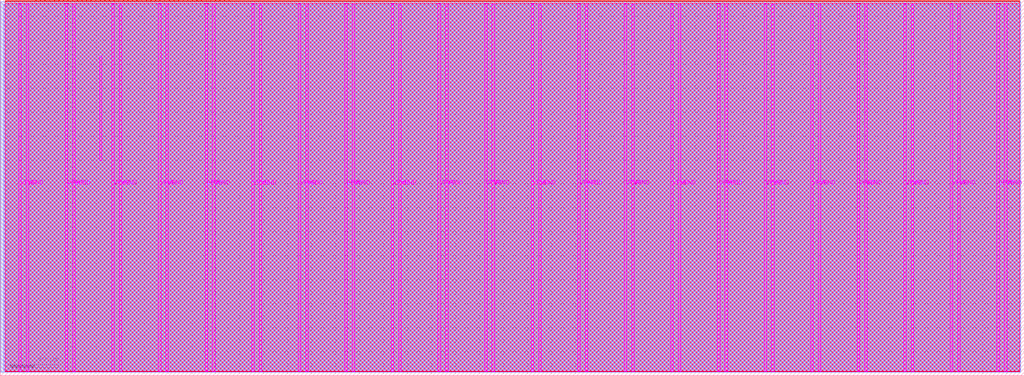
<source format=lef>
VERSION 5.7 ;
  NOWIREEXTENSIONATPIN ON ;
  DIVIDERCHAR "/" ;
  BUSBITCHARS "[]" ;
MACRO tt_um_techhu_rv32_trial
  CLASS BLOCK ;
  FOREIGN tt_um_techhu_rv32_trial ;
  ORIGIN 0.000 0.000 ;
  SIZE 854.400 BY 313.740 ;
  PIN VGND
    DIRECTION INOUT ;
    USE GROUND ;
    PORT
      LAYER TopMetal1 ;
        RECT 21.580 3.150 23.780 310.180 ;
    END
    PORT
      LAYER TopMetal1 ;
        RECT 60.450 3.150 62.650 310.180 ;
    END
    PORT
      LAYER TopMetal1 ;
        RECT 99.320 3.150 101.520 310.180 ;
    END
    PORT
      LAYER TopMetal1 ;
        RECT 138.190 3.150 140.390 310.180 ;
    END
    PORT
      LAYER TopMetal1 ;
        RECT 177.060 3.150 179.260 310.180 ;
    END
    PORT
      LAYER TopMetal1 ;
        RECT 215.930 3.150 218.130 310.180 ;
    END
    PORT
      LAYER TopMetal1 ;
        RECT 254.800 3.150 257.000 310.180 ;
    END
    PORT
      LAYER TopMetal1 ;
        RECT 293.670 3.150 295.870 310.180 ;
    END
    PORT
      LAYER TopMetal1 ;
        RECT 332.540 3.150 334.740 310.180 ;
    END
    PORT
      LAYER TopMetal1 ;
        RECT 371.410 3.150 373.610 310.180 ;
    END
    PORT
      LAYER TopMetal1 ;
        RECT 410.280 3.150 412.480 310.180 ;
    END
    PORT
      LAYER TopMetal1 ;
        RECT 449.150 3.150 451.350 310.180 ;
    END
    PORT
      LAYER TopMetal1 ;
        RECT 488.020 3.150 490.220 310.180 ;
    END
    PORT
      LAYER TopMetal1 ;
        RECT 526.890 3.150 529.090 310.180 ;
    END
    PORT
      LAYER TopMetal1 ;
        RECT 565.760 3.150 567.960 310.180 ;
    END
    PORT
      LAYER TopMetal1 ;
        RECT 604.630 3.150 606.830 310.180 ;
    END
    PORT
      LAYER TopMetal1 ;
        RECT 643.500 3.150 645.700 310.180 ;
    END
    PORT
      LAYER TopMetal1 ;
        RECT 682.370 3.150 684.570 310.180 ;
    END
    PORT
      LAYER TopMetal1 ;
        RECT 721.240 3.150 723.440 310.180 ;
    END
    PORT
      LAYER TopMetal1 ;
        RECT 760.110 3.150 762.310 310.180 ;
    END
    PORT
      LAYER TopMetal1 ;
        RECT 798.980 3.150 801.180 310.180 ;
    END
    PORT
      LAYER TopMetal1 ;
        RECT 837.850 3.150 840.050 310.180 ;
    END
  END VGND
  PIN VPWR
    DIRECTION INOUT ;
    USE POWER ;
    PORT
      LAYER TopMetal1 ;
        RECT 15.380 3.560 17.580 310.590 ;
    END
    PORT
      LAYER TopMetal1 ;
        RECT 54.250 3.560 56.450 310.590 ;
    END
    PORT
      LAYER TopMetal1 ;
        RECT 93.120 3.560 95.320 310.590 ;
    END
    PORT
      LAYER TopMetal1 ;
        RECT 131.990 3.560 134.190 310.590 ;
    END
    PORT
      LAYER TopMetal1 ;
        RECT 170.860 3.560 173.060 310.590 ;
    END
    PORT
      LAYER TopMetal1 ;
        RECT 209.730 3.560 211.930 310.590 ;
    END
    PORT
      LAYER TopMetal1 ;
        RECT 248.600 3.560 250.800 310.590 ;
    END
    PORT
      LAYER TopMetal1 ;
        RECT 287.470 3.560 289.670 310.590 ;
    END
    PORT
      LAYER TopMetal1 ;
        RECT 326.340 3.560 328.540 310.590 ;
    END
    PORT
      LAYER TopMetal1 ;
        RECT 365.210 3.560 367.410 310.590 ;
    END
    PORT
      LAYER TopMetal1 ;
        RECT 404.080 3.560 406.280 310.590 ;
    END
    PORT
      LAYER TopMetal1 ;
        RECT 442.950 3.560 445.150 310.590 ;
    END
    PORT
      LAYER TopMetal1 ;
        RECT 481.820 3.560 484.020 310.590 ;
    END
    PORT
      LAYER TopMetal1 ;
        RECT 520.690 3.560 522.890 310.590 ;
    END
    PORT
      LAYER TopMetal1 ;
        RECT 559.560 3.560 561.760 310.590 ;
    END
    PORT
      LAYER TopMetal1 ;
        RECT 598.430 3.560 600.630 310.590 ;
    END
    PORT
      LAYER TopMetal1 ;
        RECT 637.300 3.560 639.500 310.590 ;
    END
    PORT
      LAYER TopMetal1 ;
        RECT 676.170 3.560 678.370 310.590 ;
    END
    PORT
      LAYER TopMetal1 ;
        RECT 715.040 3.560 717.240 310.590 ;
    END
    PORT
      LAYER TopMetal1 ;
        RECT 753.910 3.560 756.110 310.590 ;
    END
    PORT
      LAYER TopMetal1 ;
        RECT 792.780 3.560 794.980 310.590 ;
    END
    PORT
      LAYER TopMetal1 ;
        RECT 831.650 3.560 833.850 310.590 ;
    END
  END VPWR
  PIN clk
    DIRECTION INPUT ;
    USE SIGNAL ;
    ANTENNAGATEAREA 1.450800 ;
    PORT
      LAYER Metal4 ;
        RECT 187.050 312.740 187.350 313.740 ;
    END
  END clk
  PIN ena
    DIRECTION INPUT ;
    USE SIGNAL ;
    PORT
      LAYER Metal4 ;
        RECT 190.890 312.740 191.190 313.740 ;
    END
  END ena
  PIN rst_n
    DIRECTION INPUT ;
    USE SIGNAL ;
    ANTENNAGATEAREA 0.180700 ;
    PORT
      LAYER Metal4 ;
        RECT 183.210 312.740 183.510 313.740 ;
    END
  END rst_n
  PIN ui_in[0]
    DIRECTION INPUT ;
    USE SIGNAL ;
    ANTENNAGATEAREA 0.213200 ;
    PORT
      LAYER Metal4 ;
        RECT 179.370 312.740 179.670 313.740 ;
    END
  END ui_in[0]
  PIN ui_in[1]
    DIRECTION INPUT ;
    USE SIGNAL ;
    ANTENNAGATEAREA 0.180700 ;
    PORT
      LAYER Metal4 ;
        RECT 175.530 312.740 175.830 313.740 ;
    END
  END ui_in[1]
  PIN ui_in[2]
    DIRECTION INPUT ;
    USE SIGNAL ;
    ANTENNAGATEAREA 0.180700 ;
    PORT
      LAYER Metal4 ;
        RECT 171.690 312.740 171.990 313.740 ;
    END
  END ui_in[2]
  PIN ui_in[3]
    DIRECTION INPUT ;
    USE SIGNAL ;
    ANTENNAGATEAREA 0.213200 ;
    PORT
      LAYER Metal4 ;
        RECT 167.850 312.740 168.150 313.740 ;
    END
  END ui_in[3]
  PIN ui_in[4]
    DIRECTION INPUT ;
    USE SIGNAL ;
    ANTENNAGATEAREA 0.213200 ;
    PORT
      LAYER Metal4 ;
        RECT 164.010 312.740 164.310 313.740 ;
    END
  END ui_in[4]
  PIN ui_in[5]
    DIRECTION INPUT ;
    USE SIGNAL ;
    ANTENNAGATEAREA 0.180700 ;
    PORT
      LAYER Metal4 ;
        RECT 160.170 312.740 160.470 313.740 ;
    END
  END ui_in[5]
  PIN ui_in[6]
    DIRECTION INPUT ;
    USE SIGNAL ;
    ANTENNAGATEAREA 0.213200 ;
    PORT
      LAYER Metal4 ;
        RECT 156.330 312.740 156.630 313.740 ;
    END
  END ui_in[6]
  PIN ui_in[7]
    DIRECTION INPUT ;
    USE SIGNAL ;
    ANTENNAGATEAREA 0.213200 ;
    PORT
      LAYER Metal4 ;
        RECT 152.490 312.740 152.790 313.740 ;
    END
  END ui_in[7]
  PIN uio_in[0]
    DIRECTION INPUT ;
    USE SIGNAL ;
    PORT
      LAYER Metal4 ;
        RECT 148.650 312.740 148.950 313.740 ;
    END
  END uio_in[0]
  PIN uio_in[1]
    DIRECTION INPUT ;
    USE SIGNAL ;
    ANTENNAGATEAREA 0.180700 ;
    PORT
      LAYER Metal4 ;
        RECT 144.810 312.740 145.110 313.740 ;
    END
  END uio_in[1]
  PIN uio_in[2]
    DIRECTION INPUT ;
    USE SIGNAL ;
    ANTENNAGATEAREA 0.213200 ;
    PORT
      LAYER Metal4 ;
        RECT 140.970 312.740 141.270 313.740 ;
    END
  END uio_in[2]
  PIN uio_in[3]
    DIRECTION INPUT ;
    USE SIGNAL ;
    PORT
      LAYER Metal4 ;
        RECT 137.130 312.740 137.430 313.740 ;
    END
  END uio_in[3]
  PIN uio_in[4]
    DIRECTION INPUT ;
    USE SIGNAL ;
    ANTENNAGATEAREA 0.213200 ;
    PORT
      LAYER Metal4 ;
        RECT 133.290 312.740 133.590 313.740 ;
    END
  END uio_in[4]
  PIN uio_in[5]
    DIRECTION INPUT ;
    USE SIGNAL ;
    ANTENNAGATEAREA 0.213200 ;
    PORT
      LAYER Metal4 ;
        RECT 129.450 312.740 129.750 313.740 ;
    END
  END uio_in[5]
  PIN uio_in[6]
    DIRECTION INPUT ;
    USE SIGNAL ;
    PORT
      LAYER Metal4 ;
        RECT 125.610 312.740 125.910 313.740 ;
    END
  END uio_in[6]
  PIN uio_in[7]
    DIRECTION INPUT ;
    USE SIGNAL ;
    PORT
      LAYER Metal4 ;
        RECT 121.770 312.740 122.070 313.740 ;
    END
  END uio_in[7]
  PIN uio_oe[0]
    DIRECTION OUTPUT ;
    USE SIGNAL ;
    ANTENNADIFFAREA 0.708600 ;
    PORT
      LAYER Metal4 ;
        RECT 56.490 312.740 56.790 313.740 ;
    END
  END uio_oe[0]
  PIN uio_oe[1]
    DIRECTION OUTPUT ;
    USE SIGNAL ;
    ANTENNADIFFAREA 0.708600 ;
    PORT
      LAYER Metal4 ;
        RECT 52.650 312.740 52.950 313.740 ;
    END
  END uio_oe[1]
  PIN uio_oe[2]
    DIRECTION OUTPUT ;
    USE SIGNAL ;
    ANTENNADIFFAREA 0.708600 ;
    PORT
      LAYER Metal4 ;
        RECT 48.810 312.740 49.110 313.740 ;
    END
  END uio_oe[2]
  PIN uio_oe[3]
    DIRECTION OUTPUT ;
    USE SIGNAL ;
    ANTENNADIFFAREA 0.708600 ;
    PORT
      LAYER Metal4 ;
        RECT 44.970 312.740 45.270 313.740 ;
    END
  END uio_oe[3]
  PIN uio_oe[4]
    DIRECTION OUTPUT ;
    USE SIGNAL ;
    ANTENNADIFFAREA 0.708600 ;
    PORT
      LAYER Metal4 ;
        RECT 41.130 312.740 41.430 313.740 ;
    END
  END uio_oe[4]
  PIN uio_oe[5]
    DIRECTION OUTPUT ;
    USE SIGNAL ;
    ANTENNAGATEAREA 0.542100 ;
    ANTENNADIFFAREA 0.632400 ;
    PORT
      LAYER Metal4 ;
        RECT 37.290 312.740 37.590 313.740 ;
    END
  END uio_oe[5]
  PIN uio_oe[6]
    DIRECTION OUTPUT ;
    USE SIGNAL ;
    ANTENNADIFFAREA 0.708600 ;
    PORT
      LAYER Metal4 ;
        RECT 33.450 312.740 33.750 313.740 ;
    END
  END uio_oe[6]
  PIN uio_oe[7]
    DIRECTION OUTPUT ;
    USE SIGNAL ;
    ANTENNADIFFAREA 0.708600 ;
    PORT
      LAYER Metal4 ;
        RECT 29.610 312.740 29.910 313.740 ;
    END
  END uio_oe[7]
  PIN uio_out[0]
    DIRECTION OUTPUT ;
    USE SIGNAL ;
    ANTENNADIFFAREA 0.708600 ;
    PORT
      LAYER Metal4 ;
        RECT 87.210 312.740 87.510 313.740 ;
    END
  END uio_out[0]
  PIN uio_out[1]
    DIRECTION OUTPUT ;
    USE SIGNAL ;
    ANTENNADIFFAREA 1.058000 ;
    PORT
      LAYER Metal4 ;
        RECT 83.370 312.740 83.670 313.740 ;
    END
  END uio_out[1]
  PIN uio_out[2]
    DIRECTION OUTPUT ;
    USE SIGNAL ;
    ANTENNADIFFAREA 1.146800 ;
    PORT
      LAYER Metal4 ;
        RECT 79.530 312.740 79.830 313.740 ;
    END
  END uio_out[2]
  PIN uio_out[3]
    DIRECTION OUTPUT ;
    USE SIGNAL ;
    ANTENNADIFFAREA 2.827200 ;
    PORT
      LAYER Metal4 ;
        RECT 75.690 312.740 75.990 313.740 ;
    END
  END uio_out[3]
  PIN uio_out[4]
    DIRECTION OUTPUT ;
    USE SIGNAL ;
    ANTENNADIFFAREA 0.706800 ;
    PORT
      LAYER Metal4 ;
        RECT 71.850 312.740 72.150 313.740 ;
    END
  END uio_out[4]
  PIN uio_out[5]
    DIRECTION OUTPUT ;
    USE SIGNAL ;
    ANTENNADIFFAREA 1.058000 ;
    PORT
      LAYER Metal4 ;
        RECT 68.010 312.740 68.310 313.740 ;
    END
  END uio_out[5]
  PIN uio_out[6]
    DIRECTION OUTPUT ;
    USE SIGNAL ;
    ANTENNADIFFAREA 0.708600 ;
    PORT
      LAYER Metal4 ;
        RECT 64.170 312.740 64.470 313.740 ;
    END
  END uio_out[6]
  PIN uio_out[7]
    DIRECTION OUTPUT ;
    USE SIGNAL ;
    ANTENNADIFFAREA 0.706800 ;
    PORT
      LAYER Metal4 ;
        RECT 60.330 312.740 60.630 313.740 ;
    END
  END uio_out[7]
  PIN uo_out[0]
    DIRECTION OUTPUT ;
    USE SIGNAL ;
    ANTENNAGATEAREA 0.226200 ;
    ANTENNADIFFAREA 1.008100 ;
    PORT
      LAYER Metal4 ;
        RECT 117.930 312.740 118.230 313.740 ;
    END
  END uo_out[0]
  PIN uo_out[1]
    DIRECTION OUTPUT ;
    USE SIGNAL ;
    ANTENNAGATEAREA 0.241800 ;
    ANTENNADIFFAREA 1.124800 ;
    PORT
      LAYER Metal4 ;
        RECT 114.090 312.740 114.390 313.740 ;
    END
  END uo_out[1]
  PIN uo_out[2]
    DIRECTION OUTPUT ;
    USE SIGNAL ;
    ANTENNAGATEAREA 0.241800 ;
    ANTENNADIFFAREA 1.008100 ;
    PORT
      LAYER Metal4 ;
        RECT 110.250 312.740 110.550 313.740 ;
    END
  END uo_out[2]
  PIN uo_out[3]
    DIRECTION OUTPUT ;
    USE SIGNAL ;
    ANTENNAGATEAREA 0.241800 ;
    ANTENNADIFFAREA 1.008100 ;
    PORT
      LAYER Metal4 ;
        RECT 106.410 312.740 106.710 313.740 ;
    END
  END uo_out[3]
  PIN uo_out[4]
    DIRECTION OUTPUT ;
    USE SIGNAL ;
    ANTENNAGATEAREA 0.241800 ;
    ANTENNADIFFAREA 1.008100 ;
    PORT
      LAYER Metal4 ;
        RECT 102.570 312.740 102.870 313.740 ;
    END
  END uo_out[4]
  PIN uo_out[5]
    DIRECTION OUTPUT ;
    USE SIGNAL ;
    ANTENNAGATEAREA 0.241800 ;
    ANTENNADIFFAREA 1.008100 ;
    PORT
      LAYER Metal4 ;
        RECT 98.730 312.740 99.030 313.740 ;
    END
  END uo_out[5]
  PIN uo_out[6]
    DIRECTION OUTPUT ;
    USE SIGNAL ;
    ANTENNAGATEAREA 0.241800 ;
    ANTENNADIFFAREA 1.008100 ;
    PORT
      LAYER Metal4 ;
        RECT 94.890 312.740 95.190 313.740 ;
    END
  END uo_out[6]
  PIN uo_out[7]
    DIRECTION OUTPUT ;
    USE SIGNAL ;
    ANTENNAGATEAREA 0.241800 ;
    ANTENNADIFFAREA 0.632400 ;
    PORT
      LAYER Metal4 ;
        RECT 91.050 312.740 91.350 313.740 ;
    END
  END uo_out[7]
  OBS
      LAYER GatPoly ;
        RECT 2.880 3.630 851.520 310.110 ;
      LAYER Metal1 ;
        RECT 2.880 3.560 851.520 310.180 ;
      LAYER Metal2 ;
        RECT 0.375 2.795 851.625 312.205 ;
      LAYER Metal3 ;
        RECT 0.335 2.840 851.665 312.165 ;
      LAYER Metal4 ;
        RECT 4.215 312.530 29.400 313.000 ;
        RECT 30.120 312.530 33.240 313.000 ;
        RECT 33.960 312.530 37.080 313.000 ;
        RECT 37.800 312.530 40.920 313.000 ;
        RECT 41.640 312.530 44.760 313.000 ;
        RECT 45.480 312.530 48.600 313.000 ;
        RECT 49.320 312.530 52.440 313.000 ;
        RECT 53.160 312.530 56.280 313.000 ;
        RECT 57.000 312.530 60.120 313.000 ;
        RECT 60.840 312.530 63.960 313.000 ;
        RECT 64.680 312.530 67.800 313.000 ;
        RECT 68.520 312.530 71.640 313.000 ;
        RECT 72.360 312.530 75.480 313.000 ;
        RECT 76.200 312.530 79.320 313.000 ;
        RECT 80.040 312.530 83.160 313.000 ;
        RECT 83.880 312.530 87.000 313.000 ;
        RECT 87.720 312.530 90.840 313.000 ;
        RECT 91.560 312.530 94.680 313.000 ;
        RECT 95.400 312.530 98.520 313.000 ;
        RECT 99.240 312.530 102.360 313.000 ;
        RECT 103.080 312.530 106.200 313.000 ;
        RECT 106.920 312.530 110.040 313.000 ;
        RECT 110.760 312.530 113.880 313.000 ;
        RECT 114.600 312.530 117.720 313.000 ;
        RECT 118.440 312.530 121.560 313.000 ;
        RECT 122.280 312.530 125.400 313.000 ;
        RECT 126.120 312.530 129.240 313.000 ;
        RECT 129.960 312.530 133.080 313.000 ;
        RECT 133.800 312.530 136.920 313.000 ;
        RECT 137.640 312.530 140.760 313.000 ;
        RECT 141.480 312.530 144.600 313.000 ;
        RECT 145.320 312.530 148.440 313.000 ;
        RECT 149.160 312.530 152.280 313.000 ;
        RECT 153.000 312.530 156.120 313.000 ;
        RECT 156.840 312.530 159.960 313.000 ;
        RECT 160.680 312.530 163.800 313.000 ;
        RECT 164.520 312.530 167.640 313.000 ;
        RECT 168.360 312.530 171.480 313.000 ;
        RECT 172.200 312.530 175.320 313.000 ;
        RECT 176.040 312.530 179.160 313.000 ;
        RECT 179.880 312.530 183.000 313.000 ;
        RECT 183.720 312.530 186.840 313.000 ;
        RECT 187.560 312.530 190.680 313.000 ;
        RECT 191.400 312.530 850.665 313.000 ;
        RECT 4.215 3.635 850.665 312.530 ;
      LAYER Metal5 ;
        RECT 4.175 3.470 850.705 310.900 ;
      LAYER TopMetal1 ;
        RECT 82.900 179.360 84.540 266.680 ;
  END
END tt_um_techhu_rv32_trial
END LIBRARY


</source>
